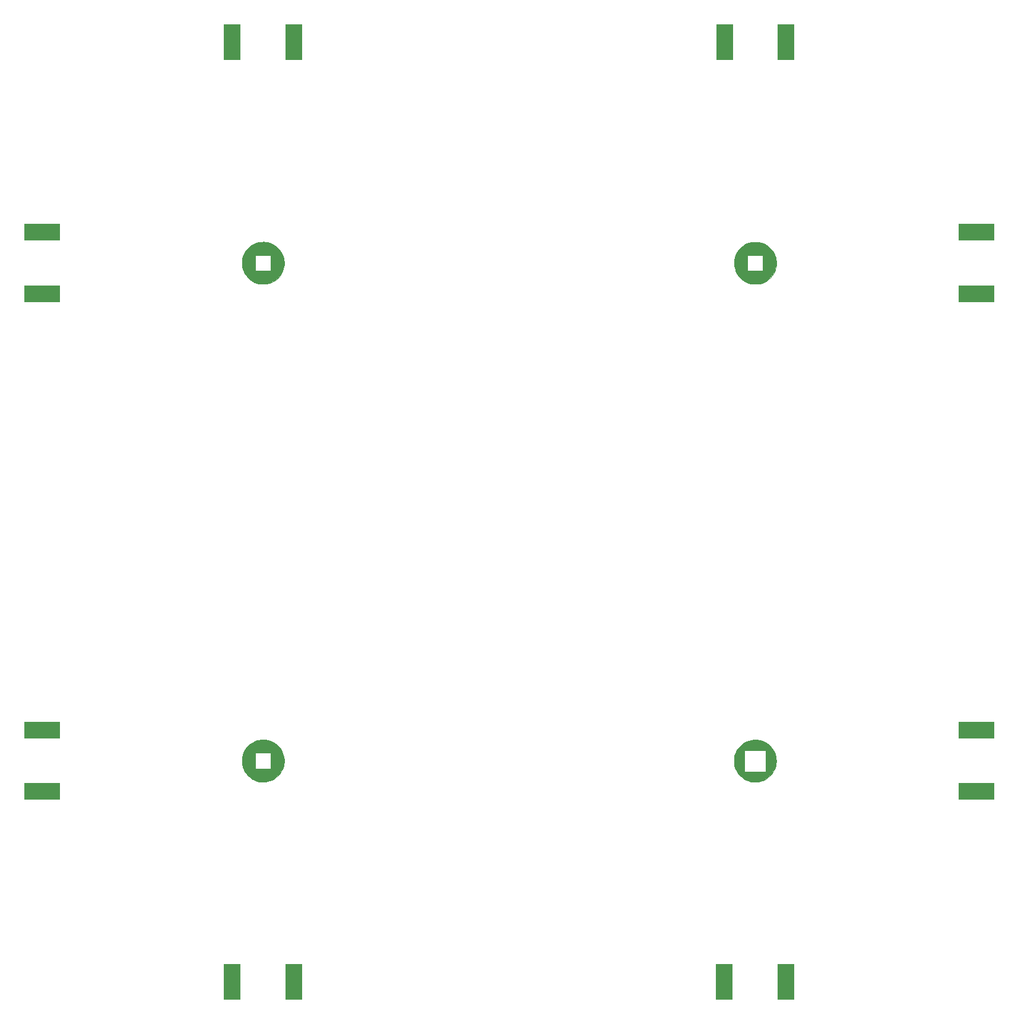
<source format=gbr>
%TF.GenerationSoftware,KiCad,Pcbnew,6.0.6-3a73a75311~116~ubuntu20.04.1*%
%TF.CreationDate,2022-06-30T05:51:01+02:00*%
%TF.ProjectId,panel_v3,70616e65-6c5f-4763-932e-6b696361645f,rev?*%
%TF.SameCoordinates,Original*%
%TF.FileFunction,Paste,Bot*%
%TF.FilePolarity,Positive*%
%FSLAX46Y46*%
G04 Gerber Fmt 4.6, Leading zero omitted, Abs format (unit mm)*
G04 Created by KiCad (PCBNEW 6.0.6-3a73a75311~116~ubuntu20.04.1) date 2022-06-30 05:51:01*
%MOMM*%
%LPD*%
G01*
G04 APERTURE LIST*
%ADD10C,0.010000*%
%ADD11R,2.420000X5.080000*%
%ADD12R,5.080000X2.420000*%
G04 APERTURE END LIST*
%TO.C,Ref\u002A\u002A*%
G36*
X130151063Y-131017094D02*
G01*
X130269079Y-131019284D01*
X130363321Y-131023707D01*
X130443065Y-131031160D01*
X130517586Y-131042442D01*
X130596163Y-131058352D01*
X130660923Y-131073231D01*
X131006458Y-131175874D01*
X131331802Y-131314690D01*
X131513411Y-131418297D01*
X131634859Y-131487584D01*
X131913529Y-131692455D01*
X132165715Y-131927207D01*
X132389319Y-132189741D01*
X132582242Y-132477959D01*
X132742387Y-132789764D01*
X132867655Y-133123056D01*
X132926770Y-133339078D01*
X132946536Y-133426408D01*
X132961095Y-133502969D01*
X132971247Y-133578038D01*
X132977791Y-133660895D01*
X132981526Y-133760817D01*
X132983252Y-133887082D01*
X132983699Y-134000007D01*
X132983031Y-134166825D01*
X132979978Y-134299668D01*
X132974023Y-134406854D01*
X132964646Y-134496700D01*
X132951328Y-134577523D01*
X132946060Y-134603257D01*
X132850818Y-134952410D01*
X132719657Y-135281545D01*
X132554682Y-135588628D01*
X132358002Y-135871625D01*
X132131724Y-136128501D01*
X131877955Y-136357220D01*
X131598802Y-136555749D01*
X131296373Y-136722052D01*
X130972774Y-136854096D01*
X130630112Y-136949844D01*
X130486949Y-136977737D01*
X130293629Y-137001454D01*
X130077371Y-137012202D01*
X129852632Y-137010267D01*
X129633866Y-136995935D01*
X129435531Y-136969491D01*
X129364994Y-136955551D01*
X129016437Y-136857797D01*
X128688476Y-136723974D01*
X128382995Y-136555988D01*
X128101883Y-136355745D01*
X127847024Y-136125151D01*
X127620307Y-135866112D01*
X127423618Y-135580534D01*
X127399214Y-135534590D01*
X128465411Y-135534590D01*
X131513411Y-135534590D01*
X131513411Y-132486590D01*
X128465411Y-132486590D01*
X128465411Y-135534590D01*
X127399214Y-135534590D01*
X127258842Y-135270324D01*
X127127867Y-134937386D01*
X127036787Y-134603257D01*
X127025221Y-134529689D01*
X127014587Y-134424894D01*
X127005301Y-134298684D01*
X126997781Y-134160870D01*
X126992443Y-134021265D01*
X126989704Y-133889681D01*
X126989980Y-133775931D01*
X126993688Y-133689826D01*
X126996788Y-133661340D01*
X127054424Y-133358298D01*
X127134061Y-133068689D01*
X127232592Y-132802863D01*
X127294928Y-132668119D01*
X127474283Y-132356550D01*
X127684847Y-132072872D01*
X127924833Y-131818457D01*
X128192455Y-131594677D01*
X128485923Y-131402905D01*
X128803452Y-131244512D01*
X129143253Y-131120869D01*
X129396744Y-131054998D01*
X129474311Y-131040124D01*
X129556431Y-131029365D01*
X129651502Y-131022182D01*
X129767922Y-131018037D01*
X129914088Y-131016392D01*
X129999994Y-131016337D01*
X130151063Y-131017094D01*
G37*
D10*
X130151063Y-131017094D02*
X130269079Y-131019284D01*
X130363321Y-131023707D01*
X130443065Y-131031160D01*
X130517586Y-131042442D01*
X130596163Y-131058352D01*
X130660923Y-131073231D01*
X131006458Y-131175874D01*
X131331802Y-131314690D01*
X131513411Y-131418297D01*
X131634859Y-131487584D01*
X131913529Y-131692455D01*
X132165715Y-131927207D01*
X132389319Y-132189741D01*
X132582242Y-132477959D01*
X132742387Y-132789764D01*
X132867655Y-133123056D01*
X132926770Y-133339078D01*
X132946536Y-133426408D01*
X132961095Y-133502969D01*
X132971247Y-133578038D01*
X132977791Y-133660895D01*
X132981526Y-133760817D01*
X132983252Y-133887082D01*
X132983699Y-134000007D01*
X132983031Y-134166825D01*
X132979978Y-134299668D01*
X132974023Y-134406854D01*
X132964646Y-134496700D01*
X132951328Y-134577523D01*
X132946060Y-134603257D01*
X132850818Y-134952410D01*
X132719657Y-135281545D01*
X132554682Y-135588628D01*
X132358002Y-135871625D01*
X132131724Y-136128501D01*
X131877955Y-136357220D01*
X131598802Y-136555749D01*
X131296373Y-136722052D01*
X130972774Y-136854096D01*
X130630112Y-136949844D01*
X130486949Y-136977737D01*
X130293629Y-137001454D01*
X130077371Y-137012202D01*
X129852632Y-137010267D01*
X129633866Y-136995935D01*
X129435531Y-136969491D01*
X129364994Y-136955551D01*
X129016437Y-136857797D01*
X128688476Y-136723974D01*
X128382995Y-136555988D01*
X128101883Y-136355745D01*
X127847024Y-136125151D01*
X127620307Y-135866112D01*
X127423618Y-135580534D01*
X127399214Y-135534590D01*
X128465411Y-135534590D01*
X131513411Y-135534590D01*
X131513411Y-132486590D01*
X128465411Y-132486590D01*
X128465411Y-135534590D01*
X127399214Y-135534590D01*
X127258842Y-135270324D01*
X127127867Y-134937386D01*
X127036787Y-134603257D01*
X127025221Y-134529689D01*
X127014587Y-134424894D01*
X127005301Y-134298684D01*
X126997781Y-134160870D01*
X126992443Y-134021265D01*
X126989704Y-133889681D01*
X126989980Y-133775931D01*
X126993688Y-133689826D01*
X126996788Y-133661340D01*
X127054424Y-133358298D01*
X127134061Y-133068689D01*
X127232592Y-132802863D01*
X127294928Y-132668119D01*
X127474283Y-132356550D01*
X127684847Y-132072872D01*
X127924833Y-131818457D01*
X128192455Y-131594677D01*
X128485923Y-131402905D01*
X128803452Y-131244512D01*
X129143253Y-131120869D01*
X129396744Y-131054998D01*
X129474311Y-131040124D01*
X129556431Y-131029365D01*
X129651502Y-131022182D01*
X129767922Y-131018037D01*
X129914088Y-131016392D01*
X129999994Y-131016337D01*
X130151063Y-131017094D01*
G36*
X58466573Y-65684641D02*
G01*
X58151524Y-65503722D01*
X57865897Y-65292742D01*
X57610723Y-65053041D01*
X57387031Y-64785958D01*
X57195848Y-64492833D01*
X57038205Y-64175003D01*
X57007270Y-64089243D01*
X58704752Y-64089243D01*
X60906086Y-64089243D01*
X60906086Y-61887910D01*
X58704752Y-61887910D01*
X58704752Y-64089243D01*
X57007270Y-64089243D01*
X56915131Y-63833809D01*
X56849980Y-63581243D01*
X56831185Y-63463333D01*
X56817903Y-63314261D01*
X56810147Y-63144840D01*
X56807925Y-62965883D01*
X56811250Y-62788204D01*
X56820133Y-62622613D01*
X56834585Y-62479925D01*
X56848770Y-62395910D01*
X56944736Y-62043438D01*
X57076604Y-61712022D01*
X57242580Y-61403456D01*
X57440866Y-61119535D01*
X57669668Y-60862054D01*
X57927189Y-60632806D01*
X58211635Y-60433588D01*
X58521210Y-60266194D01*
X58854117Y-60132418D01*
X59208562Y-60034055D01*
X59212752Y-60033137D01*
X59331659Y-60014188D01*
X59481645Y-60000882D01*
X59651833Y-59993218D01*
X59831348Y-59991197D01*
X60009312Y-59994822D01*
X60174849Y-60004091D01*
X60317082Y-60019006D01*
X60398086Y-60033052D01*
X60750244Y-60130378D01*
X61081685Y-60263455D01*
X61390473Y-60430363D01*
X61674672Y-60629185D01*
X61932345Y-60858002D01*
X62161556Y-61114895D01*
X62360369Y-61397944D01*
X62526847Y-61705233D01*
X62659055Y-62034842D01*
X62750540Y-62364160D01*
X62771712Y-62489197D01*
X62787860Y-62643666D01*
X62798645Y-62815722D01*
X62803730Y-62993515D01*
X62802778Y-63165200D01*
X62795452Y-63318928D01*
X62781413Y-63442853D01*
X62781278Y-63443660D01*
X62701840Y-63796353D01*
X62586027Y-64130689D01*
X62435958Y-64444552D01*
X62253750Y-64735825D01*
X62041521Y-65002390D01*
X61801388Y-65242130D01*
X61535470Y-65452929D01*
X61245884Y-65632669D01*
X60934747Y-65779234D01*
X60604177Y-65890506D01*
X60260502Y-65963721D01*
X60142075Y-65979443D01*
X60026374Y-65988607D01*
X59900022Y-65991769D01*
X59749645Y-65989487D01*
X59689002Y-65987510D01*
X59397088Y-65966602D01*
X59131633Y-65924168D01*
X58881099Y-65857350D01*
X58704752Y-65790236D01*
X58633949Y-65763289D01*
X58466573Y-65684641D01*
G37*
X58466573Y-65684641D02*
X58151524Y-65503722D01*
X57865897Y-65292742D01*
X57610723Y-65053041D01*
X57387031Y-64785958D01*
X57195848Y-64492833D01*
X57038205Y-64175003D01*
X57007270Y-64089243D01*
X58704752Y-64089243D01*
X60906086Y-64089243D01*
X60906086Y-61887910D01*
X58704752Y-61887910D01*
X58704752Y-64089243D01*
X57007270Y-64089243D01*
X56915131Y-63833809D01*
X56849980Y-63581243D01*
X56831185Y-63463333D01*
X56817903Y-63314261D01*
X56810147Y-63144840D01*
X56807925Y-62965883D01*
X56811250Y-62788204D01*
X56820133Y-62622613D01*
X56834585Y-62479925D01*
X56848770Y-62395910D01*
X56944736Y-62043438D01*
X57076604Y-61712022D01*
X57242580Y-61403456D01*
X57440866Y-61119535D01*
X57669668Y-60862054D01*
X57927189Y-60632806D01*
X58211635Y-60433588D01*
X58521210Y-60266194D01*
X58854117Y-60132418D01*
X59208562Y-60034055D01*
X59212752Y-60033137D01*
X59331659Y-60014188D01*
X59481645Y-60000882D01*
X59651833Y-59993218D01*
X59831348Y-59991197D01*
X60009312Y-59994822D01*
X60174849Y-60004091D01*
X60317082Y-60019006D01*
X60398086Y-60033052D01*
X60750244Y-60130378D01*
X61081685Y-60263455D01*
X61390473Y-60430363D01*
X61674672Y-60629185D01*
X61932345Y-60858002D01*
X62161556Y-61114895D01*
X62360369Y-61397944D01*
X62526847Y-61705233D01*
X62659055Y-62034842D01*
X62750540Y-62364160D01*
X62771712Y-62489197D01*
X62787860Y-62643666D01*
X62798645Y-62815722D01*
X62803730Y-62993515D01*
X62802778Y-63165200D01*
X62795452Y-63318928D01*
X62781413Y-63442853D01*
X62781278Y-63443660D01*
X62701840Y-63796353D01*
X62586027Y-64130689D01*
X62435958Y-64444552D01*
X62253750Y-64735825D01*
X62041521Y-65002390D01*
X61801388Y-65242130D01*
X61535470Y-65452929D01*
X61245884Y-65632669D01*
X60934747Y-65779234D01*
X60604177Y-65890506D01*
X60260502Y-65963721D01*
X60142075Y-65979443D01*
X60026374Y-65988607D01*
X59900022Y-65991769D01*
X59749645Y-65989487D01*
X59689002Y-65987510D01*
X59397088Y-65966602D01*
X59131633Y-65924168D01*
X58881099Y-65857350D01*
X58704752Y-65790236D01*
X58633949Y-65763289D01*
X58466573Y-65684641D01*
G36*
X130185015Y-60001297D02*
G01*
X130359632Y-60012607D01*
X130509086Y-60031169D01*
X130510829Y-60031462D01*
X130855857Y-60110487D01*
X131183687Y-60226960D01*
X131492100Y-60378734D01*
X131778878Y-60563663D01*
X132041802Y-60779601D01*
X132278652Y-61024400D01*
X132487210Y-61295914D01*
X132665258Y-61591997D01*
X132810575Y-61910501D01*
X132920944Y-62249281D01*
X132956415Y-62397431D01*
X132981081Y-62549826D01*
X132997450Y-62730296D01*
X133005408Y-62926121D01*
X133004845Y-63124582D01*
X132995649Y-63312960D01*
X132977708Y-63478533D01*
X132966465Y-63543651D01*
X132874720Y-63901397D01*
X132747093Y-64236793D01*
X132583663Y-64549688D01*
X132384508Y-64839928D01*
X132183996Y-65072057D01*
X131921817Y-65316109D01*
X131635378Y-65526040D01*
X131327346Y-65700398D01*
X131000386Y-65837730D01*
X130657164Y-65936583D01*
X130560910Y-65956708D01*
X130467273Y-65970512D01*
X130344719Y-65982575D01*
X130204955Y-65992345D01*
X130059688Y-65999271D01*
X129920626Y-66002804D01*
X129799476Y-66002392D01*
X129707945Y-65997485D01*
X129703660Y-65997036D01*
X129350713Y-65938241D01*
X129013407Y-65841524D01*
X128694031Y-65709024D01*
X128394872Y-65542881D01*
X128118217Y-65345236D01*
X127866354Y-65118228D01*
X127641570Y-64863996D01*
X127446152Y-64584681D01*
X127282388Y-64282422D01*
X127211226Y-64105336D01*
X128909910Y-64105336D01*
X131111244Y-64105336D01*
X131111244Y-61904002D01*
X128909910Y-61904002D01*
X128909910Y-64105336D01*
X127211226Y-64105336D01*
X127152565Y-63959359D01*
X127058970Y-63617632D01*
X127036591Y-63502086D01*
X127020373Y-63375224D01*
X127009509Y-63219780D01*
X127004159Y-63049185D01*
X127004484Y-62876870D01*
X127010644Y-62716266D01*
X127022801Y-62580805D01*
X127025342Y-62562163D01*
X127096480Y-62213349D01*
X127198920Y-61904002D01*
X127206393Y-61881437D01*
X127354870Y-61566835D01*
X127541697Y-61269951D01*
X127766663Y-60991192D01*
X127931517Y-60821567D01*
X128203251Y-60589055D01*
X128495220Y-60393727D01*
X128807402Y-60235594D01*
X129139774Y-60114666D01*
X129492315Y-60030955D01*
X129502292Y-60029179D01*
X129643873Y-60011180D01*
X129813767Y-60000553D01*
X129998604Y-59997269D01*
X130185015Y-60001297D01*
G37*
X130185015Y-60001297D02*
X130359632Y-60012607D01*
X130509086Y-60031169D01*
X130510829Y-60031462D01*
X130855857Y-60110487D01*
X131183687Y-60226960D01*
X131492100Y-60378734D01*
X131778878Y-60563663D01*
X132041802Y-60779601D01*
X132278652Y-61024400D01*
X132487210Y-61295914D01*
X132665258Y-61591997D01*
X132810575Y-61910501D01*
X132920944Y-62249281D01*
X132956415Y-62397431D01*
X132981081Y-62549826D01*
X132997450Y-62730296D01*
X133005408Y-62926121D01*
X133004845Y-63124582D01*
X132995649Y-63312960D01*
X132977708Y-63478533D01*
X132966465Y-63543651D01*
X132874720Y-63901397D01*
X132747093Y-64236793D01*
X132583663Y-64549688D01*
X132384508Y-64839928D01*
X132183996Y-65072057D01*
X131921817Y-65316109D01*
X131635378Y-65526040D01*
X131327346Y-65700398D01*
X131000386Y-65837730D01*
X130657164Y-65936583D01*
X130560910Y-65956708D01*
X130467273Y-65970512D01*
X130344719Y-65982575D01*
X130204955Y-65992345D01*
X130059688Y-65999271D01*
X129920626Y-66002804D01*
X129799476Y-66002392D01*
X129707945Y-65997485D01*
X129703660Y-65997036D01*
X129350713Y-65938241D01*
X129013407Y-65841524D01*
X128694031Y-65709024D01*
X128394872Y-65542881D01*
X128118217Y-65345236D01*
X127866354Y-65118228D01*
X127641570Y-64863996D01*
X127446152Y-64584681D01*
X127282388Y-64282422D01*
X127211226Y-64105336D01*
X128909910Y-64105336D01*
X131111244Y-64105336D01*
X131111244Y-61904002D01*
X128909910Y-61904002D01*
X128909910Y-64105336D01*
X127211226Y-64105336D01*
X127152565Y-63959359D01*
X127058970Y-63617632D01*
X127036591Y-63502086D01*
X127020373Y-63375224D01*
X127009509Y-63219780D01*
X127004159Y-63049185D01*
X127004484Y-62876870D01*
X127010644Y-62716266D01*
X127022801Y-62580805D01*
X127025342Y-62562163D01*
X127096480Y-62213349D01*
X127198920Y-61904002D01*
X127206393Y-61881437D01*
X127354870Y-61566835D01*
X127541697Y-61269951D01*
X127766663Y-60991192D01*
X127931517Y-60821567D01*
X128203251Y-60589055D01*
X128495220Y-60393727D01*
X128807402Y-60235594D01*
X129139774Y-60114666D01*
X129492315Y-60030955D01*
X129502292Y-60029179D01*
X129643873Y-60011180D01*
X129813767Y-60000553D01*
X129998604Y-59997269D01*
X130185015Y-60001297D01*
G36*
X62356173Y-135590645D02*
G01*
X62157985Y-135874272D01*
X61929608Y-136131088D01*
X61672862Y-136359316D01*
X61389566Y-136557180D01*
X61081539Y-136722905D01*
X60750601Y-136854716D01*
X60398571Y-136950836D01*
X60324002Y-136965964D01*
X60180131Y-136986082D01*
X60007946Y-136998511D01*
X59820768Y-137003231D01*
X59631914Y-137000224D01*
X59454706Y-136989472D01*
X59302461Y-136970956D01*
X59282104Y-136967417D01*
X58950791Y-136888296D01*
X58632763Y-136775421D01*
X58335899Y-136631862D01*
X58180217Y-136538157D01*
X57884420Y-136321910D01*
X57622351Y-136080104D01*
X57394258Y-135813086D01*
X57200387Y-135521202D01*
X57040984Y-135204797D01*
X57006734Y-135111244D01*
X58704752Y-135111244D01*
X60906086Y-135111244D01*
X60906086Y-132888744D01*
X58704752Y-132888744D01*
X58704752Y-135111244D01*
X57006734Y-135111244D01*
X56916295Y-134864216D01*
X56870782Y-134699999D01*
X56840307Y-134543939D01*
X56818112Y-134358840D01*
X56804660Y-134157269D01*
X56800414Y-133951792D01*
X56805836Y-133754977D01*
X56821388Y-133579388D01*
X56827874Y-133534138D01*
X56904574Y-133184063D01*
X57020816Y-132847602D01*
X57175229Y-132527704D01*
X57366440Y-132227313D01*
X57536236Y-132013058D01*
X57771898Y-131773053D01*
X58037247Y-131559754D01*
X58326856Y-131376217D01*
X58635302Y-131225500D01*
X58957159Y-131110657D01*
X59266613Y-131038229D01*
X59414159Y-131017817D01*
X59582284Y-131003282D01*
X59756979Y-130995160D01*
X59924232Y-130993987D01*
X60070034Y-131000299D01*
X60122919Y-131005481D01*
X60479888Y-131068926D01*
X60820839Y-131170117D01*
X61143397Y-131307408D01*
X61445188Y-131479150D01*
X61723837Y-131683695D01*
X61976970Y-131919397D01*
X62202212Y-132184608D01*
X62397189Y-132477680D01*
X62489207Y-132647244D01*
X62605448Y-132912388D01*
X62700850Y-133200398D01*
X62751415Y-133403340D01*
X62778425Y-133571169D01*
X62795076Y-133766835D01*
X62801367Y-133977127D01*
X62797298Y-134188835D01*
X62782869Y-134388750D01*
X62758080Y-134563662D01*
X62751415Y-134596649D01*
X62654707Y-134950058D01*
X62590435Y-135111244D01*
X62522354Y-135281982D01*
X62356173Y-135590645D01*
G37*
X62356173Y-135590645D02*
X62157985Y-135874272D01*
X61929608Y-136131088D01*
X61672862Y-136359316D01*
X61389566Y-136557180D01*
X61081539Y-136722905D01*
X60750601Y-136854716D01*
X60398571Y-136950836D01*
X60324002Y-136965964D01*
X60180131Y-136986082D01*
X60007946Y-136998511D01*
X59820768Y-137003231D01*
X59631914Y-137000224D01*
X59454706Y-136989472D01*
X59302461Y-136970956D01*
X59282104Y-136967417D01*
X58950791Y-136888296D01*
X58632763Y-136775421D01*
X58335899Y-136631862D01*
X58180217Y-136538157D01*
X57884420Y-136321910D01*
X57622351Y-136080104D01*
X57394258Y-135813086D01*
X57200387Y-135521202D01*
X57040984Y-135204797D01*
X57006734Y-135111244D01*
X58704752Y-135111244D01*
X60906086Y-135111244D01*
X60906086Y-132888744D01*
X58704752Y-132888744D01*
X58704752Y-135111244D01*
X57006734Y-135111244D01*
X56916295Y-134864216D01*
X56870782Y-134699999D01*
X56840307Y-134543939D01*
X56818112Y-134358840D01*
X56804660Y-134157269D01*
X56800414Y-133951792D01*
X56805836Y-133754977D01*
X56821388Y-133579388D01*
X56827874Y-133534138D01*
X56904574Y-133184063D01*
X57020816Y-132847602D01*
X57175229Y-132527704D01*
X57366440Y-132227313D01*
X57536236Y-132013058D01*
X57771898Y-131773053D01*
X58037247Y-131559754D01*
X58326856Y-131376217D01*
X58635302Y-131225500D01*
X58957159Y-131110657D01*
X59266613Y-131038229D01*
X59414159Y-131017817D01*
X59582284Y-131003282D01*
X59756979Y-130995160D01*
X59924232Y-130993987D01*
X60070034Y-131000299D01*
X60122919Y-131005481D01*
X60479888Y-131068926D01*
X60820839Y-131170117D01*
X61143397Y-131307408D01*
X61445188Y-131479150D01*
X61723837Y-131683695D01*
X61976970Y-131919397D01*
X62202212Y-132184608D01*
X62397189Y-132477680D01*
X62489207Y-132647244D01*
X62605448Y-132912388D01*
X62700850Y-133200398D01*
X62751415Y-133403340D01*
X62778425Y-133571169D01*
X62795076Y-133766835D01*
X62801367Y-133977127D01*
X62797298Y-134188835D01*
X62782869Y-134388750D01*
X62758080Y-134563662D01*
X62751415Y-134596649D01*
X62654707Y-134950058D01*
X62590435Y-135111244D01*
X62522354Y-135281982D01*
X62356173Y-135590645D01*
%TD*%
D11*
%TO.C,JA1*%
X64185838Y-165512580D03*
X55425838Y-165512580D03*
%TD*%
%TO.C,JA1*%
X134369947Y-165521704D03*
X125609947Y-165521704D03*
%TD*%
%TO.C,JA1*%
X125632214Y-31481325D03*
X134392214Y-31481325D03*
%TD*%
D12*
%TO.C,JA1*%
X28280000Y-67370218D03*
X28280000Y-58610218D03*
%TD*%
%TO.C,JA1*%
X28293683Y-138373117D03*
X28293683Y-129613117D03*
%TD*%
D11*
%TO.C,JA1*%
X55423119Y-31481325D03*
X64183119Y-31481325D03*
%TD*%
D12*
%TO.C,JA1*%
X161521772Y-129629327D03*
X161521772Y-138389327D03*
%TD*%
%TO.C,JA1*%
X161531147Y-58618248D03*
X161531147Y-67378248D03*
%TD*%
M02*

</source>
